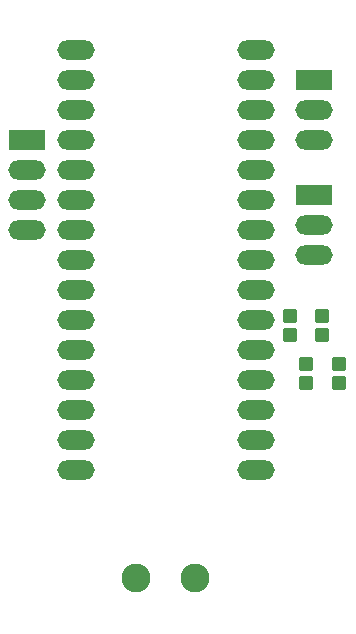
<source format=gts>
G04*
G04 #@! TF.GenerationSoftware,Altium Limited,Altium Designer,21.6.4 (81)*
G04*
G04 Layer_Color=8388736*
%FSLAX25Y25*%
%MOIN*%
G70*
G04*
G04 #@! TF.SameCoordinates,4A2346EC-D30A-4EC8-B750-871CECD4BB15*
G04*
G04*
G04 #@! TF.FilePolarity,Negative*
G04*
G01*
G75*
G04:AMPARAMS|DCode=16|XSize=49.21mil|YSize=45.28mil|CornerRadius=5.91mil|HoleSize=0mil|Usage=FLASHONLY|Rotation=0.000|XOffset=0mil|YOffset=0mil|HoleType=Round|Shape=RoundedRectangle|*
%AMROUNDEDRECTD16*
21,1,0.04921,0.03347,0,0,0.0*
21,1,0.03740,0.04528,0,0,0.0*
1,1,0.01181,0.01870,-0.01673*
1,1,0.01181,-0.01870,-0.01673*
1,1,0.01181,-0.01870,0.01673*
1,1,0.01181,0.01870,0.01673*
%
%ADD16ROUNDEDRECTD16*%
%ADD17C,0.00591*%
%ADD18R,0.12465X0.06528*%
%ADD19O,0.12465X0.06528*%
%ADD20C,0.09646*%
D16*
X108268Y102165D02*
D03*
Y108465D02*
D03*
X97441Y102165D02*
D03*
Y108465D02*
D03*
X113779Y92520D02*
D03*
Y86221D02*
D03*
X102756Y92520D02*
D03*
Y86221D02*
D03*
D17*
X7874Y208661D02*
D03*
X110236Y7874D02*
D03*
X7874D02*
D03*
X110236Y208661D02*
D03*
D18*
X105315Y187165D02*
D03*
Y148779D02*
D03*
X9843Y167244D02*
D03*
D19*
X105315Y177165D02*
D03*
Y167165D02*
D03*
Y138779D02*
D03*
Y128779D02*
D03*
X9843Y157244D02*
D03*
Y137244D02*
D03*
Y147244D02*
D03*
X86039Y107244D02*
D03*
Y97244D02*
D03*
Y57244D02*
D03*
Y67244D02*
D03*
Y87244D02*
D03*
Y77244D02*
D03*
Y117244D02*
D03*
X86021Y127225D02*
D03*
Y137240D02*
D03*
Y147226D02*
D03*
Y157226D02*
D03*
Y167226D02*
D03*
Y177226D02*
D03*
Y187226D02*
D03*
Y197226D02*
D03*
X26039Y107244D02*
D03*
Y97244D02*
D03*
Y57244D02*
D03*
Y67244D02*
D03*
Y87244D02*
D03*
Y77244D02*
D03*
Y117244D02*
D03*
X26021Y127225D02*
D03*
Y137240D02*
D03*
Y147226D02*
D03*
Y157226D02*
D03*
Y167226D02*
D03*
Y177226D02*
D03*
Y187226D02*
D03*
Y197226D02*
D03*
D20*
X46035Y21220D02*
D03*
X65720D02*
D03*
M02*

</source>
